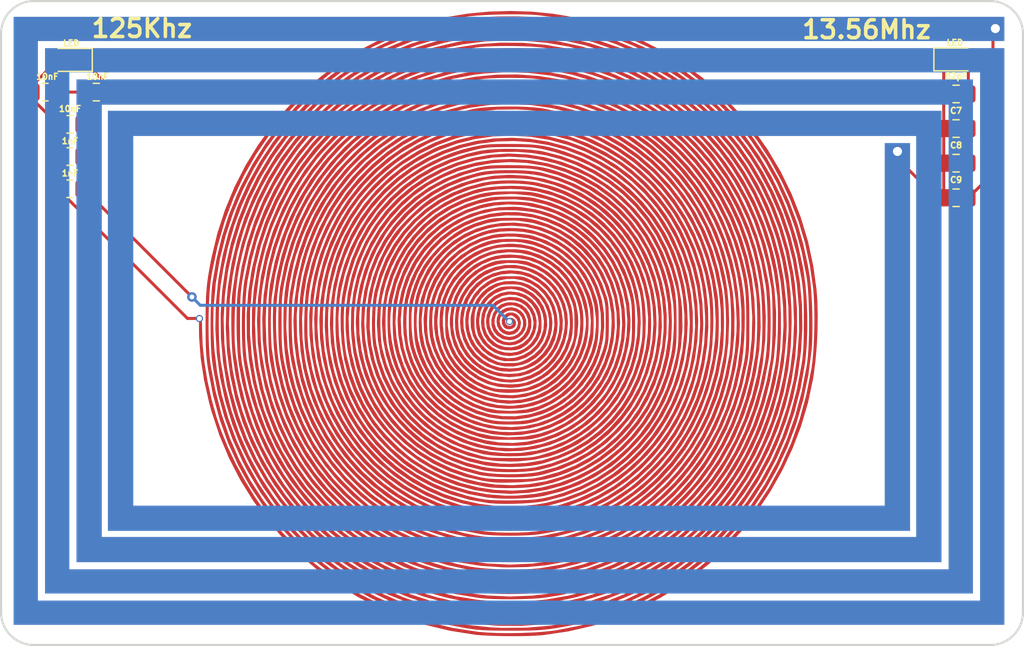
<source format=kicad_pcb>
(kicad_pcb (version 20211014) (generator pcbnew)
  (layers (0 "F.Cu" signal) (31 "B.Cu" signal) (34 "B.Paste" user) (35 "F.Paste" user) (36 "B.SilkS" user "B.Silkscreen") (37 "F.SilkS" user "F.Silkscreen") (38 "B.Mask" user) (39 "F.Mask" user) (44 "Edge.Cuts" user))
  (net 0 "")
  (net 1 "Net-(C2-Pad2)")
  (net 2 "Net-(C1-Pad2)")
  (net 3 "Net-(C1-Pad1)")
  (net 4 "Net-(C6-Pad1)")
  (net 5 "Net-(C6-Pad2)")
  (footprint "Capacitor_SMD:C_0805_2012Metric_Pad1.18x1.45mm_HandSolder" (layer "F.Cu") (at 172.010538 70.383953 180)
    (fp_text reference "C6" hide)
    (fp_text value "82pF")
  )
  (footprint "Capacitor_SMD:C_0805_2012Metric_Pad1.18x1.45mm_HandSolder" (layer "F.Cu") (at 97.791788 72.927703)
    (fp_text reference "C3" hide)
    (fp_text value "10nF")
  )
  (footprint "Capacitor_SMD:C_0805_2012Metric_Pad1.18x1.45mm_HandSolder" (layer "F.Cu") (at 172.010538 73.283953 180)
    (fp_text reference "C7" hide)
    (fp_text value "C7")
  )
  (footprint "LED_SMD:LED_0805_2012Metric_Pad1.15x1.40mm_HandSolder" (layer "F.Cu") (at 172.010538 67.483953)
    (fp_text reference "D2" hide)
    (fp_text value "LED")
  )
  (footprint "Capacitor_SMD:C_0805_2012Metric_Pad1.18x1.45mm_HandSolder" (layer "F.Cu") (at 97.791788 78.327703)
    (fp_text reference "C5" hide)
    (fp_text value "1nF")
  )
  (footprint "LED_SMD:LED_0805_2012Metric_Pad1.15x1.40mm_HandSolder" (layer "F.Cu") (at 97.791788 67.527703 180)
    (fp_text reference "D1" hide)
    (fp_text value "LED")
  )
  (footprint "RF_Antenna:125khz" (layer "F.Cu") (at 134.5 89.6)
    (fp_text reference "AE1" hide)
    (fp_text value "Antenna 125Khz" hide)
  )
  (footprint "Capacitor_SMD:C_0805_2012Metric_Pad1.18x1.45mm_HandSolder" (layer "F.Cu") (at 99.991788 70.227703)
    (fp_text reference "C2" hide)
    (fp_text value "10nF")
  )
  (footprint "Capacitor_SMD:C_0805_2012Metric_Pad1.18x1.45mm_HandSolder" (layer "F.Cu") (at 97.791788 75.627703)
    (fp_text reference "C4" hide)
    (fp_text value "1nF")
  )
  (footprint "Capacitor_SMD:C_0805_2012Metric_Pad1.18x1.45mm_HandSolder" (layer "F.Cu") (at 172.010538 79.083953 180)
    (fp_text reference "C9" hide)
    (fp_text value "C9")
  )
  (footprint "Capacitor_SMD:C_0805_2012Metric_Pad1.18x1.45mm_HandSolder" (layer "F.Cu") (at 172.010538 76.183953 180)
    (fp_text reference "C8" hide)
    (fp_text value "C8")
  )
  (footprint "Capacitor_SMD:C_0805_2012Metric_Pad1.18x1.45mm_HandSolder" (layer "F.Cu") (at 95.691788 70.227703)
    (fp_text reference "C1" hide)
    (fp_text value "10nF")
  )
  (footprint "RF_Antenna:13.56Mhz" (layer "B.Cu") (at 134.6 89.4 180)
    (fp_text reference "AE2" hide)
    (fp_text value "Antenna 13.56Mhz" hide)
  )
  (gr_arc (start 94.76745 116.573982) (mid 92.813845 115.770676) (end 92.010538 113.817079) (layer "Edge.Cuts") (width 0.176389))
  (gr_line (start 94.767441 62.593915) (end 174.853662 62.593915) (layer "Edge.Cuts") (width 0.176389))
  (gr_arc (start 174.853655 62.593924) (mid 176.807166 63.397321) (end 177.610567 65.350827) (layer "Edge.Cuts") (width 0.176389))
  (gr_line (start 177.610567 65.350827) (end 177.610567 113.817079) (layer "Edge.Cuts") (width 0.176389))
  (gr_line (start 174.853662 116.573991) (end 94.76745 116.573982) (layer "Edge.Cuts") (width 0.176389))
  (gr_line (start 92.010538 113.817079) (end 92.010538 65.350827) (layer "Edge.Cuts") (width 0.176389))
  (gr_arc (start 177.610565 113.817079) (mid 176.80704 115.770452) (end 174.853662 116.573991) (layer "Edge.Cuts") (width 0.176389))
  (gr_arc (start 92.010538 65.350827) (mid 92.814031 63.397422) (end 94.767441 62.593915) (layer "Edge.Cuts") (width 0.176389))
  (gr_text "13.56Mhz" (at 164.510538 64.983953) (layer "F.SilkS") (effects (font (size 1.5 1.5) (thickness 0.3))))
  (gr_text "125Khz" (at 103.810538 64.883953) (layer "F.SilkS") (effects (font (size 1.5 1.5) (thickness 0.3))))
  (segment (start 108 87.4) (end 98.927703 78.327703) (width 0.25) (layer "F.Cu") (net 1))
  (segment (start 98.829288 75.627703) (end 98.829288 78.327703) (width 0.25) (layer "F.Cu") (net 1))
  (segment (start 98.829288 72.427703) (end 98.829288 72.927703) (width 0.25) (layer "F.Cu") (net 1))
  (segment (start 98.816788 67.527703) (end 101.029288 69.740203) (width 0.25) (layer "F.Cu") (net 1))
  (segment (start 101.029288 69.740203) (end 101.029288 70.227703) (width 0.25) (layer "F.Cu") (net 1))
  (segment (start 101.029288 70.227703) (end 98.829288 72.427703) (width 0.25) (layer "F.Cu") (net 1))
  (segment (start 98.829288 72.927703) (end 98.829288 75.627703) (width 0.25) (layer "F.Cu") (net 1))
  (segment (start 98.927703 78.327703) (end 98.829288 78.327703) (width 0.25) (layer "F.Cu") (net 1))
  (via (at 108 87.4) (size 0.8) (drill 0.4) (layers "F.Cu" "B.Cu") (net 1))
  (segment (start 133.21 88.1) (end 134.57 89.46) (width 0.25) (layer "B.Cu") (net 1))
  (segment (start 108.7 88.1) (end 133.21 88.1) (width 0.25) (layer "B.Cu") (net 1))
  (segment (start 108 87.4) (end 108.7 88.1) (width 0.25) (layer "B.Cu") (net 1))
  (segment (start 96.729288 70.227703) (end 98.954288 70.227703) (width 0.25) (layer "F.Cu") (net 2))
  (segment (start 94.654288 70.227703) (end 94.654288 70.827703) (width 0.25) (layer "F.Cu") (net 3))
  (segment (start 96.754288 75.627703) (end 96.754288 78.327703) (width 0.25) (layer "F.Cu") (net 3))
  (segment (start 96.766788 67.527703) (end 94.654288 69.640203) (width 0.25) (layer "F.Cu") (net 3))
  (segment (start 108.63 89.2) (end 108.7 89.27) (width 0.25) (layer "F.Cu") (net 3))
  (segment (start 96.754288 72.927703) (end 96.754288 75.627703) (width 0.25) (layer "F.Cu") (net 3))
  (segment (start 96.754288 78.327703) (end 107.626585 89.2) (width 0.25) (layer "F.Cu") (net 3))
  (segment (start 94.654288 70.827703) (end 96.754288 72.927703) (width 0.25) (layer "F.Cu") (net 3))
  (segment (start 94.654288 69.640203) (end 94.654288 70.227703) (width 0.25) (layer "F.Cu") (net 3))
  (segment (start 107.626585 89.2) (end 108.63 89.2) (width 0.25) (layer "F.Cu") (net 3))
  (segment (start 173.048038 76.183953) (end 173.048038 79.083953) (width 0.25) (layer "F.Cu") (net 4))
  (segment (start 173.048038 70.383953) (end 173.048038 73.283953) (width 0.25) (layer "F.Cu") (net 4))
  (segment (start 173.035538 67.483953) (end 173.035538 70.371453) (width 0.25) (layer "F.Cu") (net 4))
  (segment (start 175.1 77.031991) (end 173.048038 79.083953) (width 0.25) (layer "F.Cu") (net 4))
  (segment (start 173.035538 70.371453) (end 173.048038 70.383953) (width 0.25) (layer "F.Cu") (net 4))
  (segment (start 175.1 65.1) (end 175.1 77.031991) (width 0.25) (layer "F.Cu") (net 4))
  (segment (start 175.3 64.9) (end 175.1 65.1) (width 0.25) (layer "F.Cu") (net 4))
  (segment (start 173.048038 73.283953) (end 173.048038 76.183953) (width 0.25) (layer "F.Cu") (net 4))
  (segment (start 170.973038 70.383953) (end 170.973038 67.496453) (width 0.25) (layer "F.Cu") (net 5))
  (segment (start 170.973038 67.496453) (end 170.985538 67.483953) (width 0.25) (layer "F.Cu") (net 5))
  (segment (start 170.973038 73.283953) (end 170.973038 70.383953) (width 0.25) (layer "F.Cu") (net 5))
  (segment (start 170.973038 79.083953) (end 170.973038 76.183953) (width 0.25) (layer "F.Cu") (net 5))
  (segment (start 167.1 75.8) (end 167.1 75.2) (width 0.25) (layer "F.Cu") (net 5))
  (segment (start 170.973038 79.083953) (end 170.383953 79.083953) (width 0.25) (layer "F.Cu") (net 5))
  (segment (start 170.383953 79.083953) (end 167.1 75.8) (width 0.25) (layer "F.Cu") (net 5))
  (segment (start 170.973038 76.183953) (end 170.973038 73.283953) (width 0.25) (layer "F.Cu") (net 5))
)
</source>
